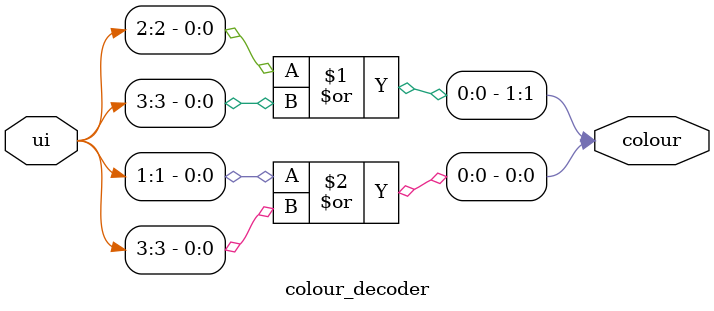
<source format=v>

module colour_decoder (
    input  wire [3:0] ui,      
    output wire [1:0] colour   
);

    // colour[1] goes high for Yellow or Green
    assign colour[1] = ui[2] | ui[3];

    // colour[0] goes high for Blue or Green
    assign colour[0] = ui[1] | ui[3];

endmodule

</source>
